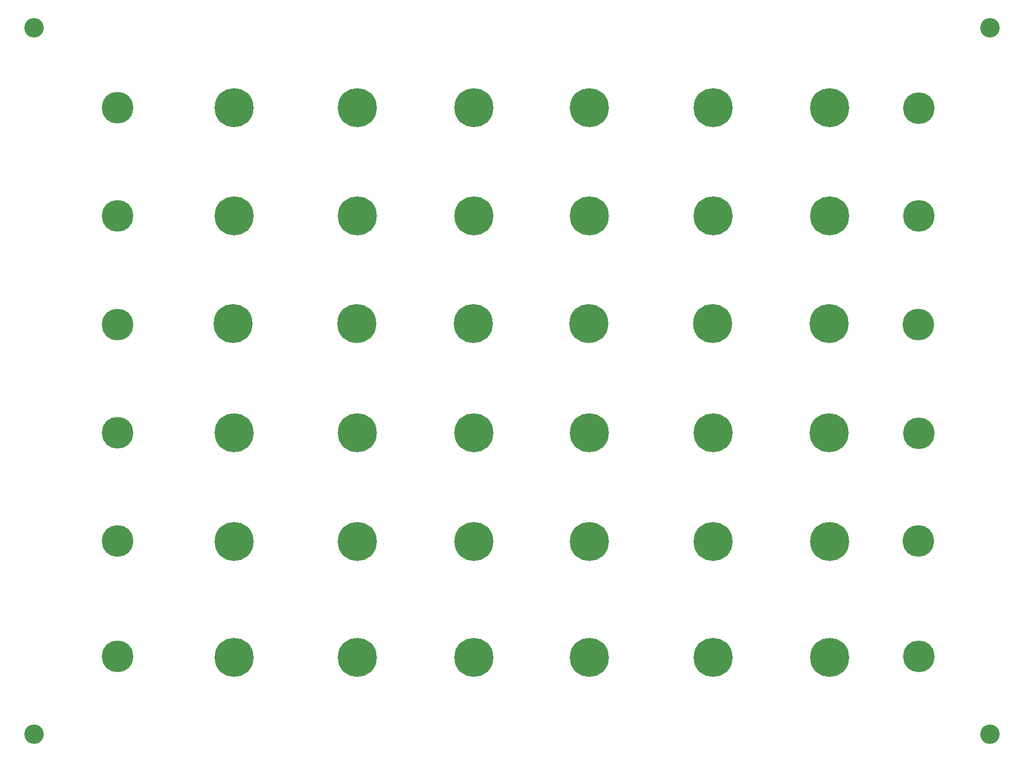
<source format=gbs>
G75*
%MOIN*%
%OFA0B0*%
%FSLAX25Y25*%
%IPPOS*%
%LPD*%
%AMOC8*
5,1,8,0,0,1.08239X$1,22.5*
%
%ADD10C,0.12611*%
%ADD11C,0.20485*%
%ADD12C,0.25209*%
D10*
X0013000Y0017000D03*
X0013000Y0474000D03*
X0631000Y0474000D03*
X0631000Y0017000D03*
D11*
X0585047Y0067134D03*
X0584654Y0141937D03*
X0585047Y0211622D03*
X0585047Y0211622D03*
X0584654Y0282094D03*
X0585047Y0352173D03*
X0585047Y0421858D03*
X0066937Y0422252D03*
X0066937Y0352173D03*
X0066937Y0282094D03*
X0066937Y0212016D03*
X0066937Y0141937D03*
X0066937Y0067134D03*
D12*
X0142134Y0066740D03*
X0222055Y0066740D03*
X0297252Y0066740D03*
X0372055Y0066740D03*
X0451976Y0066740D03*
X0527173Y0066740D03*
X0527173Y0141543D03*
X0451976Y0141543D03*
X0372055Y0141543D03*
X0297252Y0141543D03*
X0222055Y0141543D03*
X0142134Y0141543D03*
X0142134Y0212016D03*
X0222055Y0212016D03*
X0297252Y0212016D03*
X0372055Y0212016D03*
X0451976Y0212016D03*
X0526780Y0212016D03*
X0526780Y0282488D03*
X0451583Y0282488D03*
X0371661Y0282488D03*
X0296858Y0282488D03*
X0221661Y0282488D03*
X0141740Y0282488D03*
X0142134Y0352173D03*
X0222055Y0352173D03*
X0297252Y0352173D03*
X0372055Y0352173D03*
X0451976Y0352173D03*
X0527173Y0352173D03*
X0527173Y0422252D03*
X0451976Y0422252D03*
X0372055Y0422252D03*
X0297252Y0422252D03*
X0222055Y0422252D03*
X0142134Y0422252D03*
M02*

</source>
